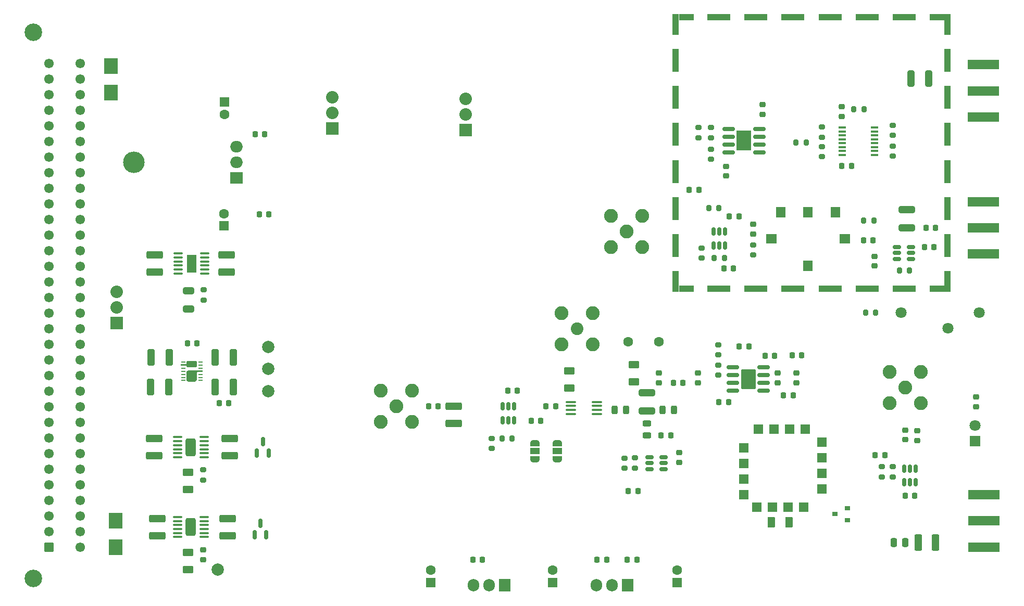
<source format=gbr>
G04 #@! TF.GenerationSoftware,KiCad,Pcbnew,(6.0.7)*
G04 #@! TF.CreationDate,2023-06-15T16:05:57+02:00*
G04 #@! TF.ProjectId,MTS_module,4d54535f-6d6f-4647-956c-652e6b696361,1.3.3*
G04 #@! TF.SameCoordinates,Original*
G04 #@! TF.FileFunction,Soldermask,Top*
G04 #@! TF.FilePolarity,Negative*
%FSLAX46Y46*%
G04 Gerber Fmt 4.6, Leading zero omitted, Abs format (unit mm)*
G04 Created by KiCad (PCBNEW (6.0.7)) date 2023-06-15 16:05:57*
%MOMM*%
%LPD*%
G01*
G04 APERTURE LIST*
G04 Aperture macros list*
%AMRoundRect*
0 Rectangle with rounded corners*
0 $1 Rounding radius*
0 $2 $3 $4 $5 $6 $7 $8 $9 X,Y pos of 4 corners*
0 Add a 4 corners polygon primitive as box body*
4,1,4,$2,$3,$4,$5,$6,$7,$8,$9,$2,$3,0*
0 Add four circle primitives for the rounded corners*
1,1,$1+$1,$2,$3*
1,1,$1+$1,$4,$5*
1,1,$1+$1,$6,$7*
1,1,$1+$1,$8,$9*
0 Add four rect primitives between the rounded corners*
20,1,$1+$1,$2,$3,$4,$5,0*
20,1,$1+$1,$4,$5,$6,$7,0*
20,1,$1+$1,$6,$7,$8,$9,0*
20,1,$1+$1,$8,$9,$2,$3,0*%
%AMFreePoly0*
4,1,22,0.550000,-0.750000,0.000000,-0.750000,0.000000,-0.745033,-0.079941,-0.743568,-0.215256,-0.701293,-0.333266,-0.622738,-0.424486,-0.514219,-0.481581,-0.384460,-0.499164,-0.250000,-0.500000,-0.250000,-0.500000,0.250000,-0.499164,0.250000,-0.499963,0.256109,-0.478152,0.396186,-0.417904,0.524511,-0.324060,0.630769,-0.204165,0.706417,-0.067858,0.745374,0.000000,0.744959,0.000000,0.750000,
0.550000,0.750000,0.550000,-0.750000,0.550000,-0.750000,$1*%
%AMFreePoly1*
4,1,20,0.000000,0.744959,0.073905,0.744508,0.209726,0.703889,0.328688,0.626782,0.421226,0.519385,0.479903,0.390333,0.500000,0.250000,0.500000,-0.250000,0.499851,-0.262216,0.476331,-0.402017,0.414519,-0.529596,0.319384,-0.634700,0.198574,-0.708877,0.061801,-0.746166,0.000000,-0.745033,0.000000,-0.750000,-0.550000,-0.750000,-0.550000,0.750000,0.000000,0.750000,0.000000,0.744959,
0.000000,0.744959,$1*%
%AMFreePoly2*
4,1,38,0.670671,0.870970,0.751777,0.816777,0.805970,0.735671,0.825000,0.640000,0.825000,-0.640000,0.805970,-0.735671,0.751777,-0.816777,0.670671,-0.870970,0.575000,-0.890000,-0.780000,-0.890000,-0.880000,-0.915000,-1.750000,-0.915000,-1.750000,-0.665000,-1.075500,-0.665000,-1.075436,-0.664844,-1.075387,-0.664683,-1.075364,-0.664671,-1.075354,-0.664646,-1.075199,-0.664582,-1.075050,-0.664502,
-1.025101,-0.659508,-0.977199,-0.644539,-0.935281,-0.621584,-0.897355,-0.590644,-0.866421,-0.551727,-0.844465,-0.510809,-0.830492,-0.463901,-0.825497,-0.414950,-0.825420,-0.414807,-0.825354,-0.414646,-0.825329,-0.414636,-0.825316,-0.414612,-0.825157,-0.414565,-0.825000,-0.414500,-0.825000,0.640000,-0.575000,0.890000,0.575000,0.890000,0.670671,0.870970,0.670671,0.870970,$1*%
%AMFreePoly3*
4,1,25,0.670671,0.515970,0.751777,0.461777,0.805970,0.380671,0.825000,0.285000,0.825000,0.270000,1.750000,0.270000,1.750000,0.020000,0.825000,0.020000,0.825000,-0.285000,0.805970,-0.380671,0.751777,-0.461777,0.670671,-0.515970,0.575000,-0.535000,-0.575000,-0.535000,-0.670671,-0.515970,-0.751777,-0.461777,-0.805970,-0.380671,-0.825000,-0.285000,-0.825000,0.285000,-0.805970,0.380671,
-0.751777,0.461777,-0.670671,0.515970,-0.575000,0.535000,0.575000,0.535000,0.670671,0.515970,0.670671,0.515970,$1*%
G04 Aperture macros list end*
%ADD10C,2.850000*%
%ADD11RoundRect,0.249999X0.525001X-0.525001X0.525001X0.525001X-0.525001X0.525001X-0.525001X-0.525001X0*%
%ADD12C,1.550000*%
%ADD13RoundRect,0.250000X-1.075000X0.375000X-1.075000X-0.375000X1.075000X-0.375000X1.075000X0.375000X0*%
%ADD14RoundRect,0.250000X-0.625000X0.375000X-0.625000X-0.375000X0.625000X-0.375000X0.625000X0.375000X0*%
%ADD15RoundRect,0.218750X0.218750X0.256250X-0.218750X0.256250X-0.218750X-0.256250X0.218750X-0.256250X0*%
%ADD16RoundRect,0.225000X0.250000X-0.225000X0.250000X0.225000X-0.250000X0.225000X-0.250000X-0.225000X0*%
%ADD17RoundRect,0.250000X0.625000X-0.375000X0.625000X0.375000X-0.625000X0.375000X-0.625000X-0.375000X0*%
%ADD18C,1.600000*%
%ADD19RoundRect,0.243750X0.243750X0.456250X-0.243750X0.456250X-0.243750X-0.456250X0.243750X-0.456250X0*%
%ADD20RoundRect,0.218750X-0.218750X-0.256250X0.218750X-0.256250X0.218750X0.256250X-0.218750X0.256250X0*%
%ADD21RoundRect,0.243750X0.456250X-0.243750X0.456250X0.243750X-0.456250X0.243750X-0.456250X-0.243750X0*%
%ADD22R,1.600000X1.600000*%
%ADD23R,1.800000X1.800000*%
%ADD24C,1.800000*%
%ADD25R,0.900000X0.800000*%
%ADD26C,2.250000*%
%ADD27RoundRect,0.200000X-0.275000X0.200000X-0.275000X-0.200000X0.275000X-0.200000X0.275000X0.200000X0*%
%ADD28RoundRect,0.218750X-0.256250X0.218750X-0.256250X-0.218750X0.256250X-0.218750X0.256250X0.218750X0*%
%ADD29RoundRect,0.218750X0.256250X-0.218750X0.256250X0.218750X-0.256250X0.218750X-0.256250X-0.218750X0*%
%ADD30RoundRect,0.250000X1.075000X-0.312500X1.075000X0.312500X-1.075000X0.312500X-1.075000X-0.312500X0*%
%ADD31RoundRect,0.250000X0.375000X1.075000X-0.375000X1.075000X-0.375000X-1.075000X0.375000X-1.075000X0*%
%ADD32C,2.000000*%
%ADD33R,1.905000X2.000000*%
%ADD34O,1.905000X2.000000*%
%ADD35RoundRect,0.100000X-0.625000X-0.100000X0.625000X-0.100000X0.625000X0.100000X-0.625000X0.100000X0*%
%ADD36RoundRect,0.249999X-0.575001X-1.175001X0.575001X-1.175001X0.575001X1.175001X-0.575001X1.175001X0*%
%ADD37RoundRect,0.100000X-0.712500X-0.100000X0.712500X-0.100000X0.712500X0.100000X-0.712500X0.100000X0*%
%ADD38R,1.500000X1.500000*%
%ADD39RoundRect,0.250000X0.375000X0.625000X-0.375000X0.625000X-0.375000X-0.625000X0.375000X-0.625000X0*%
%ADD40RoundRect,0.225000X-0.225000X-0.250000X0.225000X-0.250000X0.225000X0.250000X-0.225000X0.250000X0*%
%ADD41RoundRect,0.225000X-0.250000X0.225000X-0.250000X-0.225000X0.250000X-0.225000X0.250000X0.225000X0*%
%ADD42R,2.300000X2.500000*%
%ADD43R,5.080000X1.500000*%
%ADD44R,1.000000X3.800000*%
%ADD45R,3.800000X1.000000*%
%ADD46R,1.000000X1.000000*%
%ADD47R,2.440000X1.000000*%
%ADD48R,1.000000X2.440000*%
%ADD49RoundRect,0.200000X0.200000X0.275000X-0.200000X0.275000X-0.200000X-0.275000X0.200000X-0.275000X0*%
%ADD50RoundRect,0.250000X-1.075000X0.312500X-1.075000X-0.312500X1.075000X-0.312500X1.075000X0.312500X0*%
%ADD51RoundRect,0.200000X0.275000X-0.200000X0.275000X0.200000X-0.275000X0.200000X-0.275000X-0.200000X0*%
%ADD52RoundRect,0.200000X-0.200000X-0.275000X0.200000X-0.275000X0.200000X0.275000X-0.200000X0.275000X0*%
%ADD53RoundRect,0.250000X0.312500X1.075000X-0.312500X1.075000X-0.312500X-1.075000X0.312500X-1.075000X0*%
%ADD54RoundRect,0.150000X-0.825000X-0.150000X0.825000X-0.150000X0.825000X0.150000X-0.825000X0.150000X0*%
%ADD55R,2.410000X3.300000*%
%ADD56RoundRect,0.150000X-0.512500X-0.150000X0.512500X-0.150000X0.512500X0.150000X-0.512500X0.150000X0*%
%ADD57R,1.200000X0.400000*%
%ADD58R,2.032000X2.032000*%
%ADD59C,2.032000*%
%ADD60RoundRect,0.225000X0.225000X0.250000X-0.225000X0.250000X-0.225000X-0.250000X0.225000X-0.250000X0*%
%ADD61RoundRect,0.250000X-0.650000X0.325000X-0.650000X-0.325000X0.650000X-0.325000X0.650000X0.325000X0*%
%ADD62R,1.650000X2.850000*%
%ADD63RoundRect,0.150000X-0.150000X0.512500X-0.150000X-0.512500X0.150000X-0.512500X0.150000X0.512500X0*%
%ADD64RoundRect,0.150000X0.150000X-0.512500X0.150000X0.512500X-0.150000X0.512500X-0.150000X-0.512500X0*%
%ADD65R,1.778000X1.524000*%
%ADD66R,1.524000X1.778000*%
%ADD67O,3.500000X3.500000*%
%ADD68R,2.000000X1.905000*%
%ADD69O,2.000000X1.905000*%
%ADD70C,2.050000*%
%ADD71RoundRect,0.249997X-0.955003X-1.400003X0.955003X-1.400003X0.955003X1.400003X-0.955003X1.400003X0*%
%ADD72RoundRect,0.250000X0.325000X1.100000X-0.325000X1.100000X-0.325000X-1.100000X0.325000X-1.100000X0*%
%ADD73RoundRect,0.250000X-0.325000X-1.100000X0.325000X-1.100000X0.325000X1.100000X-0.325000X1.100000X0*%
%ADD74RoundRect,0.150000X0.150000X-0.587500X0.150000X0.587500X-0.150000X0.587500X-0.150000X-0.587500X0*%
%ADD75RoundRect,0.250000X0.250000X0.475000X-0.250000X0.475000X-0.250000X-0.475000X0.250000X-0.475000X0*%
%ADD76FreePoly0,270.000000*%
%ADD77R,1.500000X1.000000*%
%ADD78FreePoly1,270.000000*%
%ADD79RoundRect,0.150000X0.512500X0.150000X-0.512500X0.150000X-0.512500X-0.150000X0.512500X-0.150000X0*%
%ADD80R,0.700000X0.250000*%
%ADD81FreePoly2,180.000000*%
%ADD82FreePoly3,180.000000*%
G04 APERTURE END LIST*
D10*
X82860000Y-139380000D03*
X82860000Y-50480000D03*
D11*
X85400000Y-134300000D03*
D12*
X85400000Y-131760000D03*
X85400000Y-129220000D03*
X85400000Y-126680000D03*
X85400000Y-124140000D03*
X85400000Y-121600000D03*
X85400000Y-119060000D03*
X85400000Y-116520000D03*
X85400000Y-113980000D03*
X85400000Y-111440000D03*
X85400000Y-108900000D03*
X85400000Y-106360000D03*
X85400000Y-103820000D03*
X85400000Y-101280000D03*
X85400000Y-98740000D03*
X85400000Y-96200000D03*
X85400000Y-93660000D03*
X85400000Y-91120000D03*
X85400000Y-88580000D03*
X85400000Y-86040000D03*
X85400000Y-83500000D03*
X85400000Y-80960000D03*
X85400000Y-78420000D03*
X85400000Y-75880000D03*
X85400000Y-73340000D03*
X85400000Y-70800000D03*
X85400000Y-68260000D03*
X85400000Y-65720000D03*
X85400000Y-63180000D03*
X85400000Y-60640000D03*
X85400000Y-58100000D03*
X85400000Y-55560000D03*
X90480000Y-134300000D03*
X90480000Y-131760000D03*
X90480000Y-129220000D03*
X90480000Y-126680000D03*
X90480000Y-124140000D03*
X90480000Y-121600000D03*
X90480000Y-119060000D03*
X90480000Y-116520000D03*
X90480000Y-113980000D03*
X90480000Y-111440000D03*
X90480000Y-108900000D03*
X90480000Y-106360000D03*
X90480000Y-103820000D03*
X90480000Y-101280000D03*
X90480000Y-98740000D03*
X90480000Y-96200000D03*
X90480000Y-93660000D03*
X90480000Y-91120000D03*
X90480000Y-88580000D03*
X90480000Y-86040000D03*
X90480000Y-83500000D03*
X90480000Y-80960000D03*
X90480000Y-78420000D03*
X90480000Y-75880000D03*
X90480000Y-73340000D03*
X90480000Y-70800000D03*
X90480000Y-68260000D03*
X90480000Y-65720000D03*
X90480000Y-63180000D03*
X90480000Y-60640000D03*
X90480000Y-58100000D03*
X90480000Y-55560000D03*
D13*
X102500000Y-116600000D03*
X102500000Y-119400000D03*
X103000000Y-129600000D03*
X103000000Y-132400000D03*
D14*
X108000000Y-122100000D03*
X108000000Y-124900000D03*
X108000000Y-135100000D03*
X108000000Y-137900000D03*
D15*
X165387500Y-113700000D03*
X163812500Y-113700000D03*
D13*
X114300000Y-86700000D03*
X114300000Y-89500000D03*
X114800000Y-116600000D03*
X114800000Y-119400000D03*
X114500000Y-129600000D03*
X114500000Y-132400000D03*
D15*
X148687500Y-111300000D03*
X147112500Y-111300000D03*
X167787500Y-111300000D03*
X166212500Y-111300000D03*
D14*
X170000000Y-105600000D03*
X170000000Y-108400000D03*
D16*
X224600000Y-116775000D03*
X224600000Y-115225000D03*
D17*
X180500000Y-107400000D03*
X180500000Y-104600000D03*
D18*
X184600000Y-100800000D03*
X179600000Y-100800000D03*
D19*
X179237500Y-111900000D03*
X177362500Y-111900000D03*
D16*
X190900000Y-107500000D03*
X190900000Y-105950000D03*
D19*
X187037500Y-111900000D03*
X185162500Y-111900000D03*
D20*
X194335400Y-110693200D03*
X195910400Y-110693200D03*
D15*
X203387500Y-103100000D03*
X201812500Y-103100000D03*
D21*
X182600000Y-116037500D03*
X182600000Y-114162500D03*
D20*
X224612500Y-125900000D03*
X226187500Y-125900000D03*
X219712500Y-119300000D03*
X221287500Y-119300000D03*
X179612500Y-125100000D03*
X181187500Y-125100000D03*
D22*
X187500000Y-140000000D03*
D18*
X187500000Y-138000000D03*
D20*
X179412500Y-136300000D03*
X180987500Y-136300000D03*
D22*
X167300000Y-140000000D03*
D18*
X167300000Y-138000000D03*
D20*
X174512500Y-136300000D03*
X176087500Y-136300000D03*
D22*
X147500000Y-140000000D03*
D18*
X147500000Y-138000000D03*
D20*
X154312500Y-136300000D03*
X155887500Y-136300000D03*
X118925000Y-67100000D03*
X120500000Y-67100000D03*
D22*
X113900000Y-82000000D03*
D18*
X113900000Y-80000000D03*
D20*
X119612500Y-80100000D03*
X121187500Y-80100000D03*
D23*
X236000000Y-117000000D03*
D24*
X236000000Y-114460000D03*
D25*
X215200000Y-129850000D03*
X215200000Y-127950000D03*
X213200000Y-128900000D03*
D26*
X141900000Y-111300000D03*
X144440000Y-113840000D03*
X144440000Y-108760000D03*
X139360000Y-108760000D03*
X139360000Y-113840000D03*
D27*
X110500000Y-121675000D03*
X110500000Y-123325000D03*
D28*
X110500000Y-134712500D03*
X110500000Y-136287500D03*
D13*
X151200000Y-111300000D03*
X151200000Y-114100000D03*
D28*
X236100000Y-109812500D03*
X236100000Y-111387500D03*
D29*
X226600000Y-116887500D03*
X226600000Y-115312500D03*
X184600000Y-107487500D03*
X184600000Y-105912500D03*
D15*
X188487500Y-107500000D03*
X186912500Y-107500000D03*
X206387500Y-109600000D03*
X204812500Y-109600000D03*
D30*
X182600000Y-112062500D03*
X182600000Y-109137500D03*
D20*
X197612500Y-101600000D03*
X199187500Y-101600000D03*
D28*
X206900000Y-105912500D03*
X206900000Y-107487500D03*
X203900000Y-105912500D03*
X203900000Y-107487500D03*
D20*
X184912500Y-116100000D03*
X186487500Y-116100000D03*
D31*
X229550000Y-133500000D03*
X226750000Y-133500000D03*
D15*
X207787500Y-103000000D03*
X206212500Y-103000000D03*
D32*
X112900000Y-137900000D03*
D33*
X179500000Y-140500000D03*
D34*
X176960000Y-140500000D03*
X174420000Y-140500000D03*
D33*
X159500000Y-140500000D03*
D34*
X156960000Y-140500000D03*
X154420000Y-140500000D03*
D35*
X106350000Y-116375000D03*
X106350000Y-117025000D03*
X106350000Y-117675000D03*
X106350000Y-118325000D03*
X106350000Y-118975000D03*
X106350000Y-119625000D03*
X110650000Y-119625000D03*
X110650000Y-118975000D03*
X110650000Y-118325000D03*
X110650000Y-117675000D03*
X110650000Y-117025000D03*
X110650000Y-116375000D03*
D36*
X108500000Y-118000000D03*
D35*
X106350000Y-129375000D03*
X106350000Y-130025000D03*
X106350000Y-130675000D03*
X106350000Y-131325000D03*
X106350000Y-131975000D03*
X106350000Y-132625000D03*
X110650000Y-132625000D03*
X110650000Y-131975000D03*
X110650000Y-131325000D03*
X110650000Y-130675000D03*
X110650000Y-130025000D03*
X110650000Y-129375000D03*
D36*
X108500000Y-131000000D03*
D37*
X170287500Y-110625000D03*
X170287500Y-111275000D03*
X170287500Y-111925000D03*
X170287500Y-112575000D03*
X174512500Y-112575000D03*
X174512500Y-111925000D03*
X174512500Y-111275000D03*
X174512500Y-110625000D03*
D28*
X187900000Y-118912500D03*
X187900000Y-120487500D03*
D38*
X211047000Y-124829000D03*
X211047000Y-122289000D03*
X211047000Y-119749000D03*
X211047000Y-117209000D03*
X208380000Y-115050000D03*
X205840000Y-115050000D03*
X203300000Y-115050000D03*
X200760000Y-115050000D03*
X198347000Y-118098000D03*
X198347000Y-120638000D03*
X198347000Y-123178000D03*
X198347000Y-125718000D03*
X200506000Y-127750000D03*
X203046000Y-127750000D03*
X205586000Y-127750000D03*
X208126000Y-127750000D03*
D39*
X205700000Y-130200000D03*
X202900000Y-130200000D03*
D13*
X102600000Y-86700000D03*
X102600000Y-89500000D03*
D40*
X228025000Y-82300000D03*
X229575000Y-82300000D03*
D41*
X219600000Y-86925000D03*
X219600000Y-88475000D03*
D40*
X227725000Y-85400000D03*
X229275000Y-85400000D03*
D41*
X214300000Y-62600000D03*
X214300000Y-64150000D03*
D40*
X189525000Y-76100000D03*
X191075000Y-76100000D03*
X214325000Y-72200000D03*
X215875000Y-72200000D03*
D41*
X195500000Y-72300000D03*
X195500000Y-73850000D03*
D16*
X201400000Y-63800000D03*
X201400000Y-62250000D03*
D42*
X95500000Y-55950000D03*
X95500000Y-60250000D03*
X96300000Y-134250000D03*
X96300000Y-129950000D03*
D43*
X237300000Y-82300000D03*
X237300000Y-78050000D03*
X237300000Y-86550000D03*
D26*
X179300000Y-82900000D03*
X181840000Y-80360000D03*
X176760000Y-85440000D03*
X181840000Y-85440000D03*
X176760000Y-80360000D03*
D44*
X231490000Y-55050000D03*
D45*
X218450000Y-48010000D03*
D44*
X231490000Y-73150000D03*
X187310000Y-67050000D03*
D45*
X212450000Y-92190000D03*
X224450000Y-48010000D03*
X212450000Y-48010000D03*
D46*
X187310000Y-48010000D03*
D45*
X224450000Y-92190000D03*
D46*
X187310000Y-92190000D03*
D44*
X187310000Y-73150000D03*
D47*
X229770000Y-48010000D03*
D45*
X206350000Y-48010000D03*
D48*
X231490000Y-49730000D03*
D44*
X187310000Y-79150000D03*
X231490000Y-85150000D03*
D46*
X231490000Y-92190000D03*
D48*
X231490000Y-90470000D03*
D44*
X187310000Y-55050000D03*
D46*
X231490000Y-48010000D03*
D45*
X194350000Y-92190000D03*
D44*
X187310000Y-61050000D03*
D48*
X187310000Y-49730000D03*
D45*
X218450000Y-92190000D03*
D44*
X231490000Y-79150000D03*
D45*
X200350000Y-92190000D03*
D47*
X189030000Y-92190000D03*
D44*
X231490000Y-61050000D03*
X231490000Y-67050000D03*
D45*
X194350000Y-48010000D03*
X200350000Y-48010000D03*
D47*
X229770000Y-92190000D03*
X189030000Y-48010000D03*
D44*
X187310000Y-85150000D03*
D45*
X206350000Y-92190000D03*
D48*
X187310000Y-90470000D03*
D49*
X160725000Y-116600000D03*
X159075000Y-116600000D03*
D27*
X191000000Y-65975000D03*
X191000000Y-67625000D03*
D50*
X224900000Y-79337500D03*
X224900000Y-82262500D03*
D51*
X193000000Y-67625000D03*
X193000000Y-65975000D03*
D52*
X218175000Y-96100000D03*
X219825000Y-96100000D03*
X223675000Y-89200000D03*
X225325000Y-89200000D03*
D51*
X193000000Y-71125000D03*
X193000000Y-69475000D03*
D53*
X228462500Y-58000000D03*
X225537500Y-58000000D03*
D49*
X208525000Y-68400000D03*
X206875000Y-68400000D03*
D52*
X216275000Y-63000000D03*
X217925000Y-63000000D03*
D27*
X211100000Y-69075000D03*
X211100000Y-70725000D03*
X222600000Y-68975000D03*
X222600000Y-70625000D03*
X211100000Y-65900000D03*
X211100000Y-67550000D03*
D51*
X222600000Y-67250000D03*
X222600000Y-65600000D03*
D24*
X223925000Y-96100000D03*
X231545000Y-98640000D03*
X236625000Y-96100000D03*
D54*
X195925000Y-66195000D03*
X195925000Y-67465000D03*
X195925000Y-68735000D03*
X195925000Y-70005000D03*
X200875000Y-70005000D03*
X200875000Y-68735000D03*
X200875000Y-67465000D03*
X200875000Y-66195000D03*
D55*
X198400000Y-68100000D03*
D56*
X223262500Y-85450000D03*
X223262500Y-86400000D03*
X223262500Y-87350000D03*
X225537500Y-87350000D03*
X225537500Y-86400000D03*
X225537500Y-85450000D03*
D57*
X214400000Y-65977500D03*
X214400000Y-66612500D03*
X214400000Y-67247500D03*
X214400000Y-67882500D03*
X214400000Y-68517500D03*
X214400000Y-69152500D03*
X214400000Y-69787500D03*
X214400000Y-70422500D03*
X219600000Y-70422500D03*
X219600000Y-69787500D03*
X219600000Y-69152500D03*
X219600000Y-68517500D03*
X219600000Y-67882500D03*
X219600000Y-67247500D03*
X219600000Y-66612500D03*
X219600000Y-65977500D03*
D43*
X237300000Y-60000000D03*
X237300000Y-55750000D03*
X237300000Y-64250000D03*
X237400000Y-130000000D03*
X237400000Y-125750000D03*
X237400000Y-134250000D03*
D58*
X131500000Y-66140000D03*
D59*
X131500000Y-63600000D03*
X131500000Y-61060000D03*
D58*
X96400000Y-97800000D03*
D59*
X96400000Y-95260000D03*
X96400000Y-92720000D03*
D60*
X161575000Y-108800000D03*
X160025000Y-108800000D03*
D61*
X108100000Y-92525000D03*
X108100000Y-95475000D03*
D60*
X196675000Y-88900000D03*
X195125000Y-88900000D03*
D40*
X196025000Y-80400000D03*
X197575000Y-80400000D03*
D27*
X110600000Y-92375000D03*
X110600000Y-94025000D03*
X157400000Y-116575000D03*
X157400000Y-118225000D03*
X220800000Y-121175000D03*
X220800000Y-122825000D03*
D51*
X222600000Y-122825000D03*
X222600000Y-121175000D03*
D49*
X195225000Y-87200000D03*
X193575000Y-87200000D03*
D27*
X191500000Y-85575000D03*
X191500000Y-87225000D03*
D35*
X106450000Y-86475000D03*
X106450000Y-87125000D03*
X106450000Y-87775000D03*
X106450000Y-88425000D03*
X106450000Y-89075000D03*
X106450000Y-89725000D03*
X110750000Y-89725000D03*
X110750000Y-89075000D03*
X110750000Y-88425000D03*
X110750000Y-87775000D03*
X110750000Y-87125000D03*
X110750000Y-86475000D03*
D62*
X108600000Y-88100000D03*
D63*
X161050000Y-111362500D03*
X160100000Y-111362500D03*
X159150000Y-111362500D03*
X159150000Y-113637500D03*
X160100000Y-113637500D03*
X161050000Y-113637500D03*
D64*
X224450000Y-123737500D03*
X225400000Y-123737500D03*
X226350000Y-123737500D03*
X226350000Y-121462500D03*
X225400000Y-121462500D03*
X224450000Y-121462500D03*
D63*
X195350000Y-82862500D03*
X194400000Y-82862500D03*
X193450000Y-82862500D03*
X193450000Y-85137500D03*
X194400000Y-85137500D03*
X195350000Y-85137500D03*
D65*
X202831000Y-84112000D03*
X214769000Y-84112000D03*
D66*
X208800000Y-79730500D03*
X208800000Y-88493500D03*
X213245000Y-79730500D03*
X204355000Y-79730500D03*
D67*
X99240000Y-71660000D03*
D68*
X115900000Y-74200000D03*
D69*
X115900000Y-71660000D03*
X115900000Y-69120000D03*
D70*
X171300000Y-98700000D03*
D26*
X173840000Y-101240000D03*
X168760000Y-101240000D03*
X168760000Y-96160000D03*
X173840000Y-96160000D03*
D49*
X194325000Y-79100000D03*
X192675000Y-79100000D03*
D54*
X196625000Y-104995000D03*
X196625000Y-106265000D03*
X196625000Y-107535000D03*
X196625000Y-108805000D03*
X201575000Y-108805000D03*
X201575000Y-107535000D03*
X201575000Y-106265000D03*
X201575000Y-104995000D03*
D71*
X199100000Y-106900000D03*
D58*
X153200000Y-66340000D03*
D59*
X153200000Y-63800000D03*
X153200000Y-61260000D03*
D26*
X224600000Y-108300000D03*
X222060000Y-110840000D03*
X222060000Y-105760000D03*
X227140000Y-110840000D03*
X227140000Y-105760000D03*
D22*
X114000000Y-61800000D03*
D18*
X114000000Y-63800000D03*
D72*
X104902000Y-108204000D03*
X101952000Y-108204000D03*
D32*
X121100000Y-105205200D03*
D40*
X107950000Y-101117400D03*
X109500000Y-101117400D03*
D32*
X121100000Y-108888200D03*
D73*
X102002800Y-103403400D03*
X104952800Y-103403400D03*
D72*
X115417600Y-103403400D03*
X112467600Y-103403400D03*
D74*
X118850000Y-132237500D03*
X120750000Y-132237500D03*
X119800000Y-130362500D03*
D49*
X219525000Y-81100000D03*
X217875000Y-81100000D03*
D75*
X224650000Y-133500000D03*
X222750000Y-133500000D03*
D76*
X164388800Y-117343400D03*
D77*
X164388800Y-118643400D03*
D78*
X164388800Y-119943400D03*
D79*
X185337500Y-121550000D03*
X185337500Y-120600000D03*
X185337500Y-119650000D03*
X183062500Y-119650000D03*
X183062500Y-120600000D03*
X183062500Y-121550000D03*
D51*
X180700000Y-121400000D03*
X180700000Y-119750000D03*
D32*
X121100000Y-101700000D03*
D40*
X217825000Y-84300000D03*
X219375000Y-84300000D03*
D51*
X194259200Y-102971600D03*
X194259200Y-101321600D03*
D74*
X119250000Y-118937500D03*
X121150000Y-118937500D03*
X120200000Y-117062500D03*
D73*
X112433400Y-108178600D03*
X115383400Y-108178600D03*
D27*
X179000000Y-119775000D03*
X179000000Y-121425000D03*
D16*
X199900000Y-83275000D03*
X199900000Y-81725000D03*
D76*
X168097200Y-117343400D03*
D77*
X168097200Y-118643400D03*
D78*
X168097200Y-119943400D03*
D51*
X194259200Y-106273600D03*
X194259200Y-104623600D03*
D40*
X113106200Y-110845600D03*
X114656200Y-110845600D03*
D51*
X199900000Y-86725000D03*
X199900000Y-85075000D03*
D80*
X110061200Y-107140600D03*
X110061200Y-106640600D03*
X110061200Y-106140600D03*
D81*
X108661200Y-106430600D03*
D80*
X110061200Y-105140600D03*
X110061200Y-104640600D03*
X110061200Y-104140600D03*
X107261200Y-104140600D03*
D82*
X108661200Y-104495600D03*
D80*
X107261200Y-105140600D03*
X107261200Y-105640600D03*
X107261200Y-106140600D03*
X107261200Y-106640600D03*
X107261200Y-107140600D03*
M02*

</source>
